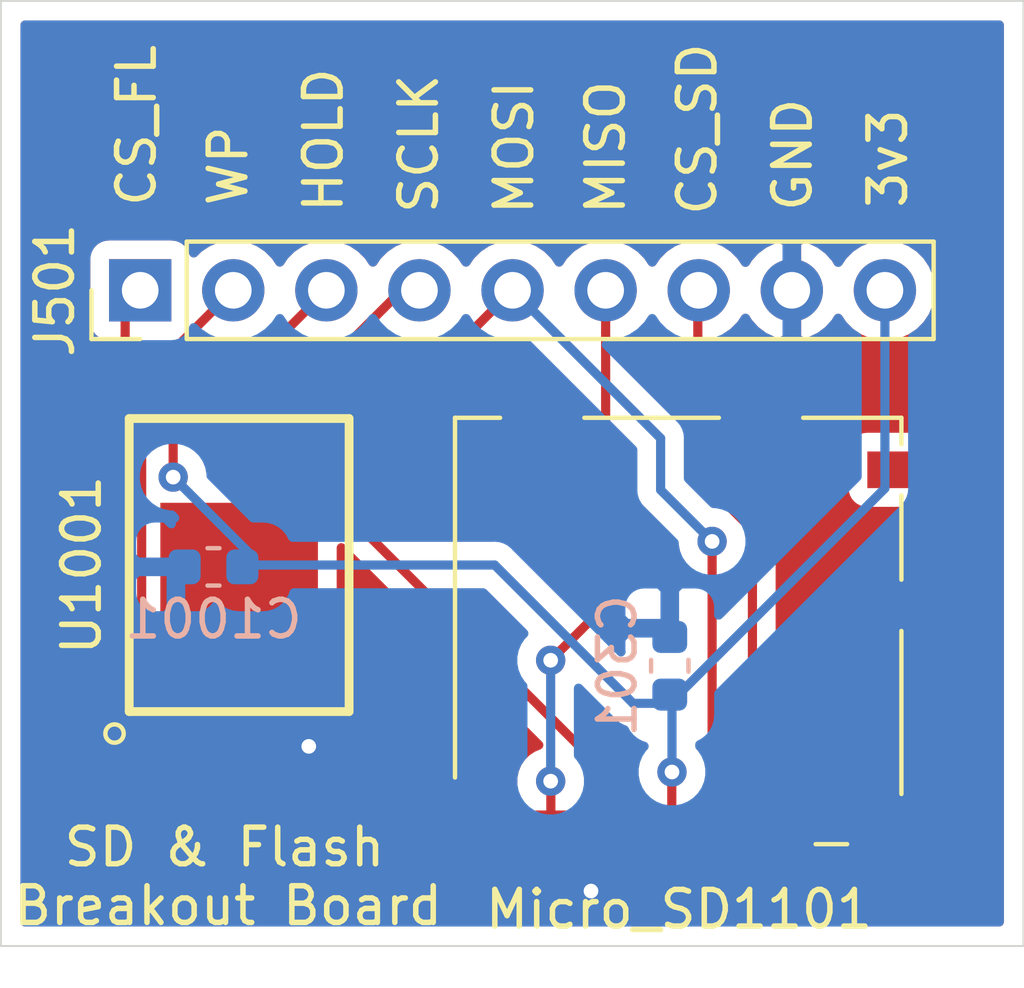
<source format=kicad_pcb>
(kicad_pcb (version 20171130) (host pcbnew "(5.1.6)-1")

  (general
    (thickness 1.6)
    (drawings 17)
    (tracks 65)
    (zones 0)
    (modules 5)
    (nets 13)
  )

  (page A4)
  (layers
    (0 F.Cu signal)
    (31 B.Cu signal)
    (32 B.Adhes user)
    (33 F.Adhes user)
    (34 B.Paste user)
    (35 F.Paste user)
    (36 B.SilkS user)
    (37 F.SilkS user)
    (38 B.Mask user)
    (39 F.Mask user)
    (40 Dwgs.User user)
    (41 Cmts.User user)
    (42 Eco1.User user)
    (43 Eco2.User user)
    (44 Edge.Cuts user)
    (45 Margin user)
    (46 B.CrtYd user)
    (47 F.CrtYd user)
    (48 B.Fab user)
    (49 F.Fab user)
  )

  (setup
    (last_trace_width 0.25)
    (trace_clearance 0.2)
    (zone_clearance 0.508)
    (zone_45_only no)
    (trace_min 0.2)
    (via_size 0.8)
    (via_drill 0.4)
    (via_min_size 0.4)
    (via_min_drill 0.3)
    (uvia_size 0.3)
    (uvia_drill 0.1)
    (uvias_allowed no)
    (uvia_min_size 0.2)
    (uvia_min_drill 0.1)
    (edge_width 0.05)
    (segment_width 0.2)
    (pcb_text_width 0.3)
    (pcb_text_size 1.5 1.5)
    (mod_edge_width 0.12)
    (mod_text_size 1 1)
    (mod_text_width 0.15)
    (pad_size 1.524 1.524)
    (pad_drill 0.762)
    (pad_to_mask_clearance 0.05)
    (aux_axis_origin 0 0)
    (visible_elements 7FFFFFFF)
    (pcbplotparams
      (layerselection 0x010fc_ffffffff)
      (usegerberextensions false)
      (usegerberattributes true)
      (usegerberadvancedattributes true)
      (creategerberjobfile true)
      (excludeedgelayer true)
      (linewidth 0.100000)
      (plotframeref false)
      (viasonmask false)
      (mode 1)
      (useauxorigin false)
      (hpglpennumber 1)
      (hpglpenspeed 20)
      (hpglpendiameter 15.000000)
      (psnegative false)
      (psa4output false)
      (plotreference true)
      (plotvalue true)
      (plotinvisibletext false)
      (padsonsilk false)
      (subtractmaskfromsilk false)
      (outputformat 1)
      (mirror false)
      (drillshape 1)
      (scaleselection 1)
      (outputdirectory ""))
  )

  (net 0 "")
  (net 1 +3V3)
  (net 2 GND)
  (net 3 "/main/Flash Chip/MISO")
  (net 4 "/main/Flash Chip/MOSI")
  (net 5 /main/Headers/CS_SD)
  (net 6 "/main/Flash Chip/CS_FLASH")
  (net 7 "/main/Flash Chip/HOLD")
  (net 8 "/main/Flash Chip/WP")
  (net 9 "/main/Flash Chip/SCLK")
  (net 10 "Net-(Micro_SD1101-Pad9)")
  (net 11 "Net-(Micro_SD1101-Pad8)")
  (net 12 "Net-(Micro_SD1101-Pad1)")

  (net_class Default "This is the default net class."
    (clearance 0.2)
    (trace_width 0.25)
    (via_dia 0.8)
    (via_drill 0.4)
    (uvia_dia 0.3)
    (uvia_drill 0.1)
    (add_net +3V3)
    (add_net "/main/Flash Chip/CS_FLASH")
    (add_net "/main/Flash Chip/HOLD")
    (add_net "/main/Flash Chip/MISO")
    (add_net "/main/Flash Chip/MOSI")
    (add_net "/main/Flash Chip/SCLK")
    (add_net "/main/Flash Chip/WP")
    (add_net /main/Headers/CS_SD)
    (add_net GND)
    (add_net "Net-(Micro_SD1101-Pad1)")
    (add_net "Net-(Micro_SD1101-Pad8)")
    (add_net "Net-(Micro_SD1101-Pad9)")
  )

  (module "NOVA MCU (STM):C_0603_1608Metric" (layer B.Cu) (tedit 5B301BBE) (tstamp 5EFC553E)
    (at 143.8 102.45)
    (descr "Capacitor SMD 0603 (1608 Metric), square (rectangular) end terminal, IPC_7351 nominal, (Body size source: http://www.tortai-tech.com/upload/download/2011102023233369053.pdf), generated with kicad-footprint-generator")
    (tags capacitor)
    (path /5F0430E6/5F04B12E/5F06D2E9)
    (attr smd)
    (fp_text reference C1001 (at 0 1.43) (layer B.SilkS)
      (effects (font (size 1 1) (thickness 0.15)) (justify mirror))
    )
    (fp_text value 100nF (at 0 -1.43) (layer B.Fab)
      (effects (font (size 1 1) (thickness 0.15)) (justify mirror))
    )
    (fp_text user %R (at 0 0) (layer B.Fab)
      (effects (font (size 0.4 0.4) (thickness 0.06)) (justify mirror))
    )
    (fp_line (start 1.48 -0.73) (end -1.48 -0.73) (layer B.CrtYd) (width 0.05))
    (fp_line (start 1.48 0.73) (end 1.48 -0.73) (layer B.CrtYd) (width 0.05))
    (fp_line (start -1.48 0.73) (end 1.48 0.73) (layer B.CrtYd) (width 0.05))
    (fp_line (start -1.48 -0.73) (end -1.48 0.73) (layer B.CrtYd) (width 0.05))
    (fp_line (start -0.162779 -0.51) (end 0.162779 -0.51) (layer B.SilkS) (width 0.12))
    (fp_line (start -0.162779 0.51) (end 0.162779 0.51) (layer B.SilkS) (width 0.12))
    (fp_line (start 0.8 -0.4) (end -0.8 -0.4) (layer B.Fab) (width 0.1))
    (fp_line (start 0.8 0.4) (end 0.8 -0.4) (layer B.Fab) (width 0.1))
    (fp_line (start -0.8 0.4) (end 0.8 0.4) (layer B.Fab) (width 0.1))
    (fp_line (start -0.8 -0.4) (end -0.8 0.4) (layer B.Fab) (width 0.1))
    (pad 2 smd roundrect (at 0.7875 0) (size 0.875 0.95) (layers B.Cu B.Paste B.Mask) (roundrect_rratio 0.25)
      (net 1 +3V3))
    (pad 1 smd roundrect (at -0.7875 0) (size 0.875 0.95) (layers B.Cu B.Paste B.Mask) (roundrect_rratio 0.25)
      (net 2 GND))
    (model ${KISYS3DMOD}/Capacitor_SMD.3dshapes/C_0603_1608Metric.wrl
      (at (xyz 0 0 0))
      (scale (xyz 1 1 1))
      (rotate (xyz 0 0 0))
    )
  )

  (module "NOVA MCU (STM):C_0603_1608Metric" (layer B.Cu) (tedit 5B301BBE) (tstamp 5EFC552D)
    (at 156.25 105.15 270)
    (descr "Capacitor SMD 0603 (1608 Metric), square (rectangular) end terminal, IPC_7351 nominal, (Body size source: http://www.tortai-tech.com/upload/download/2011102023233369053.pdf), generated with kicad-footprint-generator")
    (tags capacitor)
    (path /5F0430E6/5F04B2FC/5F06F17E)
    (attr smd)
    (fp_text reference C301 (at 0 1.43 90) (layer B.SilkS)
      (effects (font (size 1 1) (thickness 0.15)) (justify mirror))
    )
    (fp_text value 100nF (at 0 -1.43 90) (layer B.Fab)
      (effects (font (size 1 1) (thickness 0.15)) (justify mirror))
    )
    (fp_text user %R (at 0 0 90) (layer B.Fab)
      (effects (font (size 0.4 0.4) (thickness 0.06)) (justify mirror))
    )
    (fp_line (start 1.48 -0.73) (end -1.48 -0.73) (layer B.CrtYd) (width 0.05))
    (fp_line (start 1.48 0.73) (end 1.48 -0.73) (layer B.CrtYd) (width 0.05))
    (fp_line (start -1.48 0.73) (end 1.48 0.73) (layer B.CrtYd) (width 0.05))
    (fp_line (start -1.48 -0.73) (end -1.48 0.73) (layer B.CrtYd) (width 0.05))
    (fp_line (start -0.162779 -0.51) (end 0.162779 -0.51) (layer B.SilkS) (width 0.12))
    (fp_line (start -0.162779 0.51) (end 0.162779 0.51) (layer B.SilkS) (width 0.12))
    (fp_line (start 0.8 -0.4) (end -0.8 -0.4) (layer B.Fab) (width 0.1))
    (fp_line (start 0.8 0.4) (end 0.8 -0.4) (layer B.Fab) (width 0.1))
    (fp_line (start -0.8 0.4) (end 0.8 0.4) (layer B.Fab) (width 0.1))
    (fp_line (start -0.8 -0.4) (end -0.8 0.4) (layer B.Fab) (width 0.1))
    (pad 2 smd roundrect (at 0.7875 0 270) (size 0.875 0.95) (layers B.Cu B.Paste B.Mask) (roundrect_rratio 0.25)
      (net 1 +3V3))
    (pad 1 smd roundrect (at -0.7875 0 270) (size 0.875 0.95) (layers B.Cu B.Paste B.Mask) (roundrect_rratio 0.25)
      (net 2 GND))
    (model ${KISYS3DMOD}/Capacitor_SMD.3dshapes/C_0603_1608Metric.wrl
      (at (xyz 0 0 0))
      (scale (xyz 1 1 1))
      (rotate (xyz 0 0 0))
    )
  )

  (module FCSD:W25N512GVPIT (layer F.Cu) (tedit 5F51D110) (tstamp 5F03E44D)
    (at 144.5 102.4 90)
    (path /5F0430E6/5F04B12E/5F01567A)
    (fp_text reference U1001 (at 0 -4.3 90) (layer F.SilkS)
      (effects (font (size 1 1) (thickness 0.15)))
    )
    (fp_text value W25N512GVPIT (at 0.1 4.5 90) (layer F.Fab)
      (effects (font (size 1 1) (thickness 0.15)))
    )
    (fp_circle (center -4.6 -3.4) (end -4.35 -3.4) (layer F.SilkS) (width 0.12))
    (fp_line (start -4 3) (end -4 -3) (layer F.SilkS) (width 0.24))
    (fp_line (start 4 3) (end -4 3) (layer F.SilkS) (width 0.24))
    (fp_line (start 4 -3) (end 4 3) (layer F.SilkS) (width 0.24))
    (fp_line (start 4 -3) (end -4 -3) (layer F.SilkS) (width 0.24))
    (fp_circle (center -3.6 -2.6) (end -3.376393 -2.6) (layer F.Fab) (width 0.12))
    (fp_line (start -4 3) (end -4 -3) (layer F.Fab) (width 0.12))
    (fp_line (start 4 -3) (end 4 3) (layer F.Fab) (width 0.12))
    (fp_line (start -4 3) (end 4 3) (layer F.Fab) (width 0.12))
    (fp_line (start -4 -3) (end 4 -3) (layer F.Fab) (width 0.12))
    (pad 9 smd rect (at 0 0 90) (size 3.4 4.3) (layers F.Cu F.Paste F.Mask))
    (pad 3 smd rect (at -3.7 0.635 90) (size 0.6 0.5) (layers F.Cu F.Paste F.Mask)
      (net 8 "/main/Flash Chip/WP"))
    (pad 4 smd rect (at -3.7 1.905 90) (size 0.6 0.5) (layers F.Cu F.Paste F.Mask)
      (net 2 GND))
    (pad 1 smd rect (at -3.7 -1.905 90) (size 0.6 0.5) (layers F.Cu F.Paste F.Mask)
      (net 6 "/main/Flash Chip/CS_FLASH"))
    (pad 2 smd rect (at -3.7 -0.635 90) (size 0.6 0.5) (layers F.Cu F.Paste F.Mask)
      (net 3 "/main/Flash Chip/MISO"))
    (pad 5 smd rect (at 3.7 1.905 90) (size 0.6 0.5) (layers F.Cu F.Paste F.Mask)
      (net 4 "/main/Flash Chip/MOSI"))
    (pad 6 smd rect (at 3.7 0.635 90) (size 0.6 0.5) (layers F.Cu F.Paste F.Mask)
      (net 9 "/main/Flash Chip/SCLK"))
    (pad 8 smd rect (at 3.7 -1.905 90) (size 0.6 0.5) (layers F.Cu F.Paste F.Mask)
      (net 1 +3V3))
    (pad 7 smd rect (at 3.7 -0.635 90) (size 0.6 0.5) (layers F.Cu F.Paste F.Mask)
      (net 7 "/main/Flash Chip/HOLD"))
  )

  (module Connector_Card:microSD_HC_Molex_104031-0811 (layer F.Cu) (tedit 5D235007) (tstamp 5EFC558B)
    (at 156.5 104.2 180)
    (descr "1.10mm Pitch microSD Memory Card Connector, Surface Mount, Push-Pull Type, 1.42mm Height, with Detect Switch (https://www.molex.com/pdm_docs/sd/1040310811_sd.pdf)")
    (tags "microSD SD molex")
    (path /5F0430E6/5F04B2FC/5F05B5EB)
    (attr smd)
    (fp_text reference Micro_SD1101 (at 0 -7.6) (layer F.SilkS)
      (effects (font (size 1 1) (thickness 0.15)))
    )
    (fp_text value Micro_SD_Card (at 0 7.39) (layer F.Fab)
      (effects (font (size 1 1) (thickness 0.15)))
    )
    (fp_line (start 6.84 -6.5) (end 6.84 6.55) (layer F.CrtYd) (width 0.05))
    (fp_line (start -6.84 -6.5) (end 6.84 -6.5) (layer F.CrtYd) (width 0.05))
    (fp_line (start -6.84 6.55) (end -6.84 -6.5) (layer F.CrtYd) (width 0.05))
    (fp_line (start 6.84 6.55) (end -6.84 6.55) (layer F.CrtYd) (width 0.05))
    (fp_line (start -5.405 -9.2) (end -5.405 -5.7) (layer F.Fab) (width 0.1))
    (fp_line (start 5.595 -5.7) (end 5.595 -9.2) (layer F.Fab) (width 0.1))
    (fp_line (start 5.995 5.7) (end 5.995 -5.7) (layer F.Fab) (width 0.1))
    (fp_line (start 5.995 -5.7) (end 5.21 -5.7) (layer F.Fab) (width 0.1))
    (fp_line (start -5.955 -5.7) (end -5.955 5.7) (layer F.Fab) (width 0.1))
    (fp_line (start 5.995 5.7) (end -5.955 5.7) (layer F.Fab) (width 0.1))
    (fp_line (start 4.4 -4.3) (end -3.26 -4.3) (layer F.Fab) (width 0.1))
    (fp_line (start -3.76 -4.8) (end -3.76 -5.2) (layer F.Fab) (width 0.1))
    (fp_line (start -5.955 -5.7) (end -4.26 -5.7) (layer F.Fab) (width 0.1))
    (fp_line (start 4.9 -5.4) (end 4.9 -4.8) (layer F.Fab) (width 0.1))
    (fp_line (start -4.905 -9.7) (end 5.095 -9.7) (layer F.Fab) (width 0.1))
    (fp_line (start -6.07 -4.45) (end -6.07 0) (layer F.SilkS) (width 0.12))
    (fp_line (start -6.07 1.4) (end -6.07 3.7) (layer F.SilkS) (width 0.12))
    (fp_line (start -6.07 5.1) (end -6.07 5.82) (layer F.SilkS) (width 0.12))
    (fp_line (start -6.07 5.82) (end -3.39 5.82) (layer F.SilkS) (width 0.12))
    (fp_line (start -1.09 5.82) (end 2.58 5.82) (layer F.SilkS) (width 0.12))
    (fp_line (start 4.88 5.82) (end 6.11 5.82) (layer F.SilkS) (width 0.12))
    (fp_line (start 6.11 5.82) (end 6.11 -4) (layer F.SilkS) (width 0.12))
    (fp_line (start -4.59 -5.82) (end -3.73 -5.82) (layer F.SilkS) (width 0.12))
    (fp_arc (start -4.905 -9.2) (end -4.905 -9.7) (angle -90) (layer F.Fab) (width 0.1))
    (fp_arc (start 5.095 -9.2) (end 5.595 -9.2) (angle -90) (layer F.Fab) (width 0.1))
    (fp_arc (start 5.2 -5.4) (end 5.2 -5.7) (angle -90) (layer F.Fab) (width 0.1))
    (fp_arc (start 4.4 -4.8) (end 4.4 -4.3) (angle -90) (layer F.Fab) (width 0.1))
    (fp_arc (start -3.26 -4.8) (end -3.26 -4.3) (angle 90) (layer F.Fab) (width 0.1))
    (fp_arc (start -4.26 -5.2) (end -3.76 -5.2) (angle -90) (layer F.Fab) (width 0.1))
    (fp_text user %R (at 0 0) (layer F.Fab)
      (effects (font (size 1 1) (thickness 0.15)))
    )
    (pad 11 smd rect (at 3.73 5.375 180) (size 1.9 1.35) (layers F.Cu F.Paste F.Mask))
    (pad 11 smd rect (at -2.24 5.375 180) (size 1.9 1.35) (layers F.Cu F.Paste F.Mask))
    (pad 9 smd rect (at -5.74 0.7 180) (size 1.2 1) (layers F.Cu F.Paste F.Mask)
      (net 10 "Net-(Micro_SD1101-Pad9)"))
    (pad 10 smd rect (at -5.74 4.4 180) (size 1.2 1) (layers F.Cu F.Paste F.Mask))
    (pad 11 smd rect (at -5.565 -5.325 180) (size 1.55 1.35) (layers F.Cu F.Paste F.Mask))
    (pad 11 smd rect (at 5.755 -5.1 180) (size 1.17 1.8) (layers F.Cu F.Paste F.Mask))
    (pad 7 smd rect (at 3.495 -5.45 180) (size 0.85 1.1) (layers F.Cu F.Paste F.Mask)
      (net 3 "/main/Flash Chip/MISO"))
    (pad 6 smd rect (at 2.395 -5.45 180) (size 0.85 1.1) (layers F.Cu F.Paste F.Mask)
      (net 2 GND))
    (pad 5 smd rect (at 1.295 -5.45 180) (size 0.85 1.1) (layers F.Cu F.Paste F.Mask)
      (net 9 "/main/Flash Chip/SCLK"))
    (pad 4 smd rect (at 0.195 -5.45 180) (size 0.85 1.1) (layers F.Cu F.Paste F.Mask)
      (net 1 +3V3))
    (pad 3 smd rect (at -0.905 -5.45 180) (size 0.85 1.1) (layers F.Cu F.Paste F.Mask)
      (net 4 "/main/Flash Chip/MOSI"))
    (pad 2 smd rect (at -2.005 -5.45 180) (size 0.85 1.1) (layers F.Cu F.Paste F.Mask)
      (net 5 /main/Headers/CS_SD))
    (pad 8 smd rect (at 4.545 -5.45 180) (size 0.75 1.1) (layers F.Cu F.Paste F.Mask)
      (net 11 "Net-(Micro_SD1101-Pad8)"))
    (pad 1 smd rect (at -3.105 -5.45 180) (size 0.85 1.1) (layers F.Cu F.Paste F.Mask)
      (net 12 "Net-(Micro_SD1101-Pad1)"))
    (model ${KISYS3DMOD}/Connector_Card.3dshapes/microSD_HC_Molex_104031-0811.wrl
      (at (xyz 0 0 0))
      (scale (xyz 1 1 1))
      (rotate (xyz 0 0 0))
    )
  )

  (module Connector_PinHeader_2.54mm:PinHeader_1x09_P2.54mm_Vertical (layer F.Cu) (tedit 59FED5CC) (tstamp 5EFC555B)
    (at 141.8 94.9 90)
    (descr "Through hole straight pin header, 1x09, 2.54mm pitch, single row")
    (tags "Through hole pin header THT 1x09 2.54mm single row")
    (path /5F0430E6/5F05C956/5F05CB24)
    (fp_text reference J501 (at 0 -2.33 90) (layer F.SilkS)
      (effects (font (size 1 1) (thickness 0.15)))
    )
    (fp_text value Conn_01x07_Male (at 0 22.65 90) (layer F.Fab)
      (effects (font (size 1 1) (thickness 0.15)))
    )
    (fp_line (start 1.8 -1.8) (end -1.8 -1.8) (layer F.CrtYd) (width 0.05))
    (fp_line (start 1.8 22.1) (end 1.8 -1.8) (layer F.CrtYd) (width 0.05))
    (fp_line (start -1.8 22.1) (end 1.8 22.1) (layer F.CrtYd) (width 0.05))
    (fp_line (start -1.8 -1.8) (end -1.8 22.1) (layer F.CrtYd) (width 0.05))
    (fp_line (start -1.33 -1.33) (end 0 -1.33) (layer F.SilkS) (width 0.12))
    (fp_line (start -1.33 0) (end -1.33 -1.33) (layer F.SilkS) (width 0.12))
    (fp_line (start -1.33 1.27) (end 1.33 1.27) (layer F.SilkS) (width 0.12))
    (fp_line (start 1.33 1.27) (end 1.33 21.65) (layer F.SilkS) (width 0.12))
    (fp_line (start -1.33 1.27) (end -1.33 21.65) (layer F.SilkS) (width 0.12))
    (fp_line (start -1.33 21.65) (end 1.33 21.65) (layer F.SilkS) (width 0.12))
    (fp_line (start -1.27 -0.635) (end -0.635 -1.27) (layer F.Fab) (width 0.1))
    (fp_line (start -1.27 21.59) (end -1.27 -0.635) (layer F.Fab) (width 0.1))
    (fp_line (start 1.27 21.59) (end -1.27 21.59) (layer F.Fab) (width 0.1))
    (fp_line (start 1.27 -1.27) (end 1.27 21.59) (layer F.Fab) (width 0.1))
    (fp_line (start -0.635 -1.27) (end 1.27 -1.27) (layer F.Fab) (width 0.1))
    (fp_text user %R (at 0 10.16) (layer F.Fab)
      (effects (font (size 1 1) (thickness 0.15)))
    )
    (pad 9 thru_hole oval (at 0 20.32 90) (size 1.7 1.7) (drill 1) (layers *.Cu *.Mask)
      (net 1 +3V3))
    (pad 8 thru_hole oval (at 0 17.78 90) (size 1.7 1.7) (drill 1) (layers *.Cu *.Mask)
      (net 2 GND))
    (pad 7 thru_hole oval (at 0 15.24 90) (size 1.7 1.7) (drill 1) (layers *.Cu *.Mask)
      (net 5 /main/Headers/CS_SD))
    (pad 6 thru_hole oval (at 0 12.7 90) (size 1.7 1.7) (drill 1) (layers *.Cu *.Mask)
      (net 3 "/main/Flash Chip/MISO"))
    (pad 5 thru_hole oval (at 0 10.16 90) (size 1.7 1.7) (drill 1) (layers *.Cu *.Mask)
      (net 4 "/main/Flash Chip/MOSI"))
    (pad 4 thru_hole oval (at 0 7.62 90) (size 1.7 1.7) (drill 1) (layers *.Cu *.Mask)
      (net 9 "/main/Flash Chip/SCLK"))
    (pad 3 thru_hole oval (at 0 5.08 90) (size 1.7 1.7) (drill 1) (layers *.Cu *.Mask)
      (net 7 "/main/Flash Chip/HOLD"))
    (pad 2 thru_hole oval (at 0 2.54 90) (size 1.7 1.7) (drill 1) (layers *.Cu *.Mask)
      (net 8 "/main/Flash Chip/WP"))
    (pad 1 thru_hole rect (at 0 0 90) (size 1.7 1.7) (drill 1) (layers *.Cu *.Mask)
      (net 6 "/main/Flash Chip/CS_FLASH"))
    (model ${KISYS3DMOD}/Connector_PinHeader_2.54mm.3dshapes/PinHeader_1x09_P2.54mm_Vertical.wrl
      (at (xyz 0 0 0))
      (scale (xyz 1 1 1))
      (rotate (xyz 0 0 0))
    )
  )

  (gr_line (start 165.9 87) (end 138 87) (layer Edge.Cuts) (width 0.05) (tstamp 5F028414))
  (gr_line (start 165.9 92.1) (end 165.9 87) (layer Edge.Cuts) (width 0.05))
  (gr_line (start 138 92.1) (end 138 87) (layer Edge.Cuts) (width 0.05))
  (gr_text CS_FL (at 141.7 90.4 90) (layer F.SilkS)
    (effects (font (size 1 1) (thickness 0.15)))
  )
  (gr_text WP (at 144.2 91.5 90) (layer F.SilkS)
    (effects (font (size 1 1) (thickness 0.15)))
  )
  (gr_text HOLD (at 146.8 90.8 90) (layer F.SilkS)
    (effects (font (size 1 1) (thickness 0.15)))
  )
  (gr_text SCLK (at 149.4 90.9 90) (layer F.SilkS)
    (effects (font (size 1 1) (thickness 0.15)))
  )
  (gr_text MOSI (at 152 91 90) (layer F.SilkS)
    (effects (font (size 1 1) (thickness 0.15)))
  )
  (gr_text MISO (at 154.5 91 90) (layer F.SilkS)
    (effects (font (size 1 1) (thickness 0.15)))
  )
  (gr_text CS_SD (at 157 90.5 90) (layer F.SilkS)
    (effects (font (size 1 1) (thickness 0.15)))
  )
  (gr_text GND (at 159.6 91.2 90) (layer F.SilkS)
    (effects (font (size 1 1) (thickness 0.15)))
  )
  (gr_text 3v3 (at 162.2 91.3 90) (layer F.SilkS)
    (effects (font (size 1 1) (thickness 0.15)))
  )
  (gr_text "Breakout Board" (at 144.2 111.7) (layer F.SilkS)
    (effects (font (size 1 1) (thickness 0.15)))
  )
  (gr_line (start 165.9 112.8) (end 138 112.8) (layer Edge.Cuts) (width 0.05) (tstamp 5EFD24F2))
  (gr_text "SD & Flash" (at 144.1 110.1) (layer F.SilkS)
    (effects (font (size 1 1) (thickness 0.15)))
  )
  (gr_line (start 138 92.1) (end 138 112.8) (layer Edge.Cuts) (width 0.05) (tstamp 5EFD24C7))
  (gr_line (start 165.9 92.1) (end 165.9 112.8) (layer Edge.Cuts) (width 0.05))

  (segment (start 156.2 109.545) (end 156.305 109.65) (width 0.25) (layer F.Cu) (net 1))
  (segment (start 156.3 106.223) (end 156.238 106.161) (width 0.25) (layer B.Cu) (net 1))
  (segment (start 162 94.9) (end 162.12 94.9) (width 0.25) (layer F.Cu) (net 1))
  (segment (start 142.7 98.805) (end 142.595 98.7) (width 0.25) (layer F.Cu) (net 1))
  (via (at 142.699999 100) (size 0.8) (drill 0.4) (layers F.Cu B.Cu) (net 1))
  (segment (start 144.825 102.45) (end 144.825 102.125001) (width 0.25) (layer B.Cu) (net 1))
  (segment (start 144.825 102.125001) (end 142.699999 100) (width 0.25) (layer B.Cu) (net 1))
  (segment (start 142.699999 98.804999) (end 142.595 98.7) (width 0.25) (layer F.Cu) (net 1))
  (segment (start 142.699999 100) (end 142.699999 98.804999) (width 0.25) (layer F.Cu) (net 1))
  (segment (start 162.12 100.305) (end 156.25 106.175) (width 0.25) (layer B.Cu) (net 1))
  (segment (start 162.12 94.9) (end 162.12 100.305) (width 0.25) (layer B.Cu) (net 1))
  (segment (start 155.248002 106.175) (end 156.25 106.175) (width 0.25) (layer B.Cu) (net 1))
  (segment (start 151.473002 102.4) (end 155.248002 106.175) (width 0.25) (layer B.Cu) (net 1))
  (segment (start 144.8 102.4) (end 151.473002 102.4) (width 0.25) (layer B.Cu) (net 1))
  (via (at 156.31 108.05) (size 0.8) (drill 0.4) (layers F.Cu B.Cu) (net 1))
  (segment (start 156.305 109.65) (end 156.305 108.055) (width 0.25) (layer F.Cu) (net 1))
  (segment (start 156.305 108.055) (end 156.31 108.05) (width 0.25) (layer F.Cu) (net 1))
  (segment (start 156.31 106.235) (end 156.25 106.175) (width 0.25) (layer B.Cu) (net 1))
  (segment (start 156.31 108.05) (end 156.31 106.235) (width 0.25) (layer B.Cu) (net 1))
  (segment (start 156.236 104.111) (end 156.25 104.125) (width 0.25) (layer B.Cu) (net 2))
  (via (at 154.1 111.3) (size 0.8) (drill 0.4) (layers F.Cu B.Cu) (net 2))
  (via (at 146.4 107.35) (size 0.8) (drill 0.4) (layers F.Cu B.Cu) (net 2))
  (via (at 153 105) (size 0.8) (drill 0.4) (layers F.Cu B.Cu) (net 3))
  (segment (start 152.979847 105.020153) (end 153 105) (width 0.25) (layer B.Cu) (net 3))
  (segment (start 154.5 103.5) (end 154.5 94.9) (width 0.25) (layer F.Cu) (net 3))
  (segment (start 153 105) (end 154.5 103.5) (width 0.25) (layer F.Cu) (net 3))
  (segment (start 152.590001 110.525001) (end 147.075001 110.525001) (width 0.25) (layer F.Cu) (net 3))
  (segment (start 153.005 109.65) (end 153.005 110.110002) (width 0.25) (layer F.Cu) (net 3))
  (segment (start 153.005 110.110002) (end 152.590001 110.525001) (width 0.25) (layer F.Cu) (net 3))
  (segment (start 143.865 107.315) (end 143.865 106.1) (width 0.25) (layer F.Cu) (net 3))
  (segment (start 147.075001 110.525001) (end 143.865 107.315) (width 0.25) (layer F.Cu) (net 3))
  (via (at 153 108.3) (size 0.8) (drill 0.4) (layers F.Cu B.Cu) (net 3))
  (segment (start 153.005 109.65) (end 153.005 108.305) (width 0.25) (layer F.Cu) (net 3))
  (segment (start 153.005 108.305) (end 153 108.3) (width 0.25) (layer F.Cu) (net 3))
  (segment (start 153 108.3) (end 153 105) (width 0.25) (layer B.Cu) (net 3))
  (segment (start 148.16 98.7) (end 151.96 94.9) (width 0.25) (layer F.Cu) (net 4))
  (segment (start 146.405 98.7) (end 148.16 98.7) (width 0.25) (layer F.Cu) (net 4))
  (segment (start 148.16 98.7) (end 148.173002 98.7) (width 0.25) (layer F.Cu) (net 4))
  (segment (start 157.405 109.65) (end 157.405 101.755) (width 0.25) (layer F.Cu) (net 4))
  (via (at 157.405 101.755) (size 0.8) (drill 0.4) (layers F.Cu B.Cu) (net 4))
  (segment (start 157.405 101.755) (end 156 100.35) (width 0.25) (layer B.Cu) (net 4))
  (segment (start 156 98.94) (end 151.96 94.9) (width 0.25) (layer B.Cu) (net 4))
  (segment (start 156 100.35) (end 156 98.94) (width 0.25) (layer B.Cu) (net 4))
  (segment (start 157.014989 94.925011) (end 157.04 94.9) (width 0.25) (layer F.Cu) (net 5))
  (segment (start 158.505 101.436412) (end 157.014989 99.946401) (width 0.25) (layer F.Cu) (net 5))
  (segment (start 157.014989 99.946401) (end 157.014989 94.925011) (width 0.25) (layer F.Cu) (net 5))
  (segment (start 158.505 109.65) (end 158.505 101.436412) (width 0.25) (layer F.Cu) (net 5))
  (segment (start 142.595 106.1) (end 142.595 105.32501) (width 0.25) (layer F.Cu) (net 6))
  (segment (start 141.38999 95.31001) (end 141.8 94.9) (width 0.25) (layer F.Cu) (net 6))
  (segment (start 142.068597 105.040009) (end 141.38999 104.361402) (width 0.25) (layer F.Cu) (net 6))
  (segment (start 142.31 105.04001) (end 142.068597 105.040009) (width 0.25) (layer F.Cu) (net 6))
  (segment (start 141.38999 104.361402) (end 141.38999 95.31001) (width 0.25) (layer F.Cu) (net 6))
  (segment (start 142.595 105.32501) (end 142.31 105.04001) (width 0.25) (layer F.Cu) (net 6))
  (segment (start 143.865 98.7) (end 143.865 97.915) (width 0.25) (layer F.Cu) (net 7))
  (segment (start 143.865 97.915) (end 146.88 94.9) (width 0.25) (layer F.Cu) (net 7))
  (segment (start 145.135 106.1) (end 143.625 104.59) (width 0.25) (layer F.Cu) (net 8))
  (segment (start 142.254998 104.59) (end 141.84 104.175002) (width 0.25) (layer F.Cu) (net 8))
  (segment (start 143.625 104.59) (end 142.254998 104.59) (width 0.25) (layer F.Cu) (net 8))
  (segment (start 141.84 97.4) (end 144.34 94.9) (width 0.25) (layer F.Cu) (net 8))
  (segment (start 141.84 104.175002) (end 141.84 97.4) (width 0.25) (layer F.Cu) (net 8))
  (segment (start 148.735 94.9) (end 149.42 94.9) (width 0.25) (layer F.Cu) (net 9))
  (segment (start 148.935 94.9) (end 149.42 94.9) (width 0.25) (layer F.Cu) (net 9))
  (segment (start 145.135 98.7) (end 148.935 94.9) (width 0.25) (layer F.Cu) (net 9))
  (segment (start 155.205 108.77) (end 155.205 109.65) (width 0.25) (layer F.Cu) (net 9))
  (segment (start 145.135 98.7) (end 155.205 108.77) (width 0.25) (layer F.Cu) (net 9))

  (zone (net 2) (net_name GND) (layer F.Cu) (tstamp 5F1F44A6) (hatch edge 0.508)
    (connect_pads (clearance 0.508))
    (min_thickness 0.254)
    (fill yes (arc_segments 32) (thermal_gap 0.508) (thermal_bridge_width 0.508))
    (polygon
      (pts
        (xy 165.9 112.8) (xy 138 112.8) (xy 138 87) (xy 165.9 87)
      )
    )
    (filled_polygon
      (pts
        (xy 165.24 92.067581) (xy 165.24 92.067582) (xy 165.240001 112.14) (xy 138.66 112.14) (xy 138.66 94.05)
        (xy 140.311928 94.05) (xy 140.311928 95.75) (xy 140.324188 95.874482) (xy 140.360498 95.99418) (xy 140.419463 96.104494)
        (xy 140.498815 96.201185) (xy 140.595506 96.280537) (xy 140.629991 96.29897) (xy 140.62999 104.32408) (xy 140.626314 104.361402)
        (xy 140.62999 104.398724) (xy 140.62999 104.398734) (xy 140.640987 104.510387) (xy 140.679719 104.638072) (xy 140.684444 104.653648)
        (xy 140.755016 104.785678) (xy 140.774957 104.809976) (xy 140.849989 104.901403) (xy 140.878992 104.925205) (xy 141.504801 105.551015)
        (xy 141.528594 105.580007) (xy 141.557588 105.603802) (xy 141.557594 105.603808) (xy 141.64432 105.674982) (xy 141.715494 105.713026)
        (xy 141.706928 105.8) (xy 141.706928 106.4) (xy 141.719188 106.524482) (xy 141.755498 106.64418) (xy 141.814463 106.754494)
        (xy 141.893815 106.851185) (xy 141.990506 106.930537) (xy 142.10082 106.989502) (xy 142.220518 107.025812) (xy 142.345 107.038072)
        (xy 142.845 107.038072) (xy 142.969482 107.025812) (xy 143.08918 106.989502) (xy 143.105 106.981046) (xy 143.105 107.277677)
        (xy 143.101324 107.315) (xy 143.105 107.352322) (xy 143.105 107.352332) (xy 143.115997 107.463985) (xy 143.142392 107.550998)
        (xy 143.159454 107.607246) (xy 143.230026 107.739276) (xy 143.251137 107.764999) (xy 143.324999 107.855001) (xy 143.354003 107.878804)
        (xy 146.511202 111.036004) (xy 146.535 111.065002) (xy 146.563998 111.0888) (xy 146.650724 111.159975) (xy 146.782754 111.230547)
        (xy 146.926015 111.274004) (xy 147.037668 111.285001) (xy 147.037678 111.285001) (xy 147.075001 111.288677) (xy 147.112324 111.285001)
        (xy 152.552679 111.285001) (xy 152.590001 111.288677) (xy 152.627323 111.285001) (xy 152.627334 111.285001) (xy 152.738987 111.274004)
        (xy 152.882248 111.230547) (xy 153.014277 111.159975) (xy 153.130002 111.065002) (xy 153.153805 111.035998) (xy 153.351731 110.838072)
        (xy 153.43 110.838072) (xy 153.554482 110.825812) (xy 153.555 110.825655) (xy 153.555518 110.825812) (xy 153.68 110.838072)
        (xy 153.81925 110.835) (xy 153.978 110.67625) (xy 153.978 110.521824) (xy 154.019502 110.44418) (xy 154.055812 110.324482)
        (xy 154.068072 110.2) (xy 154.068072 109.503) (xy 154.141928 109.503) (xy 154.141928 110.2) (xy 154.154188 110.324482)
        (xy 154.190498 110.44418) (xy 154.232 110.521824) (xy 154.232 110.67625) (xy 154.39075 110.835) (xy 154.53 110.838072)
        (xy 154.654482 110.825812) (xy 154.655 110.825655) (xy 154.655518 110.825812) (xy 154.78 110.838072) (xy 155.63 110.838072)
        (xy 155.754482 110.825812) (xy 155.755 110.825655) (xy 155.755518 110.825812) (xy 155.88 110.838072) (xy 156.73 110.838072)
        (xy 156.854482 110.825812) (xy 156.855 110.825655) (xy 156.855518 110.825812) (xy 156.98 110.838072) (xy 157.83 110.838072)
        (xy 157.954482 110.825812) (xy 157.955 110.825655) (xy 157.955518 110.825812) (xy 158.08 110.838072) (xy 158.93 110.838072)
        (xy 159.054482 110.825812) (xy 159.055 110.825655) (xy 159.055518 110.825812) (xy 159.18 110.838072) (xy 160.03 110.838072)
        (xy 160.154482 110.825812) (xy 160.27418 110.789502) (xy 160.384494 110.730537) (xy 160.481185 110.651185) (xy 160.560537 110.554494)
        (xy 160.619502 110.44418) (xy 160.655812 110.324482) (xy 160.66 110.281959) (xy 160.664188 110.324482) (xy 160.700498 110.44418)
        (xy 160.759463 110.554494) (xy 160.838815 110.651185) (xy 160.935506 110.730537) (xy 161.04582 110.789502) (xy 161.165518 110.825812)
        (xy 161.29 110.838072) (xy 162.84 110.838072) (xy 162.964482 110.825812) (xy 163.08418 110.789502) (xy 163.194494 110.730537)
        (xy 163.291185 110.651185) (xy 163.370537 110.554494) (xy 163.429502 110.44418) (xy 163.465812 110.324482) (xy 163.478072 110.2)
        (xy 163.478072 108.85) (xy 163.465812 108.725518) (xy 163.429502 108.60582) (xy 163.370537 108.495506) (xy 163.291185 108.398815)
        (xy 163.194494 108.319463) (xy 163.08418 108.260498) (xy 162.964482 108.224188) (xy 162.84 108.211928) (xy 161.29 108.211928)
        (xy 161.165518 108.224188) (xy 161.04582 108.260498) (xy 160.935506 108.319463) (xy 160.838815 108.398815) (xy 160.759463 108.495506)
        (xy 160.700498 108.60582) (xy 160.664188 108.725518) (xy 160.651928 108.85) (xy 160.651928 108.962714) (xy 160.619502 108.85582)
        (xy 160.560537 108.745506) (xy 160.481185 108.648815) (xy 160.384494 108.569463) (xy 160.27418 108.510498) (xy 160.154482 108.474188)
        (xy 160.03 108.461928) (xy 159.265 108.461928) (xy 159.265 103) (xy 161.001928 103) (xy 161.001928 104)
        (xy 161.014188 104.124482) (xy 161.050498 104.24418) (xy 161.109463 104.354494) (xy 161.188815 104.451185) (xy 161.285506 104.530537)
        (xy 161.39582 104.589502) (xy 161.515518 104.625812) (xy 161.64 104.638072) (xy 162.84 104.638072) (xy 162.964482 104.625812)
        (xy 163.08418 104.589502) (xy 163.194494 104.530537) (xy 163.291185 104.451185) (xy 163.370537 104.354494) (xy 163.429502 104.24418)
        (xy 163.465812 104.124482) (xy 163.478072 104) (xy 163.478072 103) (xy 163.465812 102.875518) (xy 163.429502 102.75582)
        (xy 163.370537 102.645506) (xy 163.291185 102.548815) (xy 163.194494 102.469463) (xy 163.08418 102.410498) (xy 162.964482 102.374188)
        (xy 162.84 102.361928) (xy 161.64 102.361928) (xy 161.515518 102.374188) (xy 161.39582 102.410498) (xy 161.285506 102.469463)
        (xy 161.188815 102.548815) (xy 161.109463 102.645506) (xy 161.050498 102.75582) (xy 161.014188 102.875518) (xy 161.001928 103)
        (xy 159.265 103) (xy 159.265 101.473737) (xy 159.268676 101.436412) (xy 159.265 101.399087) (xy 159.265 101.399079)
        (xy 159.254003 101.287426) (xy 159.210546 101.144165) (xy 159.139974 101.012136) (xy 159.045001 100.896411) (xy 159.016003 100.872613)
        (xy 158.281461 100.138072) (xy 159.69 100.138072) (xy 159.814482 100.125812) (xy 159.93418 100.089502) (xy 160.044494 100.030537)
        (xy 160.141185 99.951185) (xy 160.220537 99.854494) (xy 160.279502 99.74418) (xy 160.315812 99.624482) (xy 160.328072 99.5)
        (xy 160.328072 99.3) (xy 161.001928 99.3) (xy 161.001928 100.3) (xy 161.014188 100.424482) (xy 161.050498 100.54418)
        (xy 161.109463 100.654494) (xy 161.188815 100.751185) (xy 161.285506 100.830537) (xy 161.39582 100.889502) (xy 161.515518 100.925812)
        (xy 161.64 100.938072) (xy 162.84 100.938072) (xy 162.964482 100.925812) (xy 163.08418 100.889502) (xy 163.194494 100.830537)
        (xy 163.291185 100.751185) (xy 163.370537 100.654494) (xy 163.429502 100.54418) (xy 163.465812 100.424482) (xy 163.478072 100.3)
        (xy 163.478072 99.3) (xy 163.465812 99.175518) (xy 163.429502 99.05582) (xy 163.370537 98.945506) (xy 163.291185 98.848815)
        (xy 163.194494 98.769463) (xy 163.08418 98.710498) (xy 162.964482 98.674188) (xy 162.84 98.661928) (xy 161.64 98.661928)
        (xy 161.515518 98.674188) (xy 161.39582 98.710498) (xy 161.285506 98.769463) (xy 161.188815 98.848815) (xy 161.109463 98.945506)
        (xy 161.050498 99.05582) (xy 161.014188 99.175518) (xy 161.001928 99.3) (xy 160.328072 99.3) (xy 160.328072 98.15)
        (xy 160.315812 98.025518) (xy 160.279502 97.90582) (xy 160.220537 97.795506) (xy 160.141185 97.698815) (xy 160.044494 97.619463)
        (xy 159.93418 97.560498) (xy 159.814482 97.524188) (xy 159.69 97.511928) (xy 157.79 97.511928) (xy 157.774989 97.513406)
        (xy 157.774989 96.19489) (xy 157.986632 96.053475) (xy 158.193475 95.846632) (xy 158.315195 95.664466) (xy 158.384822 95.781355)
        (xy 158.579731 95.997588) (xy 158.81308 96.171641) (xy 159.075901 96.296825) (xy 159.22311 96.341476) (xy 159.453 96.220155)
        (xy 159.453 95.027) (xy 159.433 95.027) (xy 159.433 94.773) (xy 159.453 94.773) (xy 159.453 93.579845)
        (xy 159.707 93.579845) (xy 159.707 94.773) (xy 159.727 94.773) (xy 159.727 95.027) (xy 159.707 95.027)
        (xy 159.707 96.220155) (xy 159.93689 96.341476) (xy 160.084099 96.296825) (xy 160.34692 96.171641) (xy 160.580269 95.997588)
        (xy 160.775178 95.781355) (xy 160.844805 95.664466) (xy 160.966525 95.846632) (xy 161.173368 96.053475) (xy 161.416589 96.21599)
        (xy 161.686842 96.327932) (xy 161.97374 96.385) (xy 162.26626 96.385) (xy 162.553158 96.327932) (xy 162.823411 96.21599)
        (xy 163.066632 96.053475) (xy 163.273475 95.846632) (xy 163.43599 95.603411) (xy 163.547932 95.333158) (xy 163.605 95.04626)
        (xy 163.605 94.75374) (xy 163.547932 94.466842) (xy 163.43599 94.196589) (xy 163.273475 93.953368) (xy 163.066632 93.746525)
        (xy 162.823411 93.58401) (xy 162.553158 93.472068) (xy 162.26626 93.415) (xy 161.97374 93.415) (xy 161.686842 93.472068)
        (xy 161.416589 93.58401) (xy 161.173368 93.746525) (xy 160.966525 93.953368) (xy 160.844805 94.135534) (xy 160.775178 94.018645)
        (xy 160.580269 93.802412) (xy 160.34692 93.628359) (xy 160.084099 93.503175) (xy 159.93689 93.458524) (xy 159.707 93.579845)
        (xy 159.453 93.579845) (xy 159.22311 93.458524) (xy 159.075901 93.503175) (xy 158.81308 93.628359) (xy 158.579731 93.802412)
        (xy 158.384822 94.018645) (xy 158.315195 94.135534) (xy 158.193475 93.953368) (xy 157.986632 93.746525) (xy 157.743411 93.58401)
        (xy 157.473158 93.472068) (xy 157.18626 93.415) (xy 156.89374 93.415) (xy 156.606842 93.472068) (xy 156.336589 93.58401)
        (xy 156.093368 93.746525) (xy 155.886525 93.953368) (xy 155.77 94.12776) (xy 155.653475 93.953368) (xy 155.446632 93.746525)
        (xy 155.203411 93.58401) (xy 154.933158 93.472068) (xy 154.64626 93.415) (xy 154.35374 93.415) (xy 154.066842 93.472068)
        (xy 153.796589 93.58401) (xy 153.553368 93.746525) (xy 153.346525 93.953368) (xy 153.23 94.12776) (xy 153.113475 93.953368)
        (xy 152.906632 93.746525) (xy 152.663411 93.58401) (xy 152.393158 93.472068) (xy 152.10626 93.415) (xy 151.81374 93.415)
        (xy 151.526842 93.472068) (xy 151.256589 93.58401) (xy 151.013368 93.746525) (xy 150.806525 93.953368) (xy 150.69 94.12776)
        (xy 150.573475 93.953368) (xy 150.366632 93.746525) (xy 150.123411 93.58401) (xy 149.853158 93.472068) (xy 149.56626 93.415)
        (xy 149.27374 93.415) (xy 148.986842 93.472068) (xy 148.716589 93.58401) (xy 148.473368 93.746525) (xy 148.266525 93.953368)
        (xy 148.15 94.12776) (xy 148.033475 93.953368) (xy 147.826632 93.746525) (xy 147.583411 93.58401) (xy 147.313158 93.472068)
        (xy 147.02626 93.415) (xy 146.73374 93.415) (xy 146.446842 93.472068) (xy 146.176589 93.58401) (xy 145.933368 93.746525)
        (xy 145.726525 93.953368) (xy 145.61 94.12776) (xy 145.493475 93.953368) (xy 145.286632 93.746525) (xy 145.043411 93.58401)
        (xy 144.773158 93.472068) (xy 144.48626 93.415) (xy 144.19374 93.415) (xy 143.906842 93.472068) (xy 143.636589 93.58401)
        (xy 143.393368 93.746525) (xy 143.261513 93.87838) (xy 143.239502 93.80582) (xy 143.180537 93.695506) (xy 143.101185 93.598815)
        (xy 143.004494 93.519463) (xy 142.89418 93.460498) (xy 142.774482 93.424188) (xy 142.65 93.411928) (xy 140.95 93.411928)
        (xy 140.825518 93.424188) (xy 140.70582 93.460498) (xy 140.595506 93.519463) (xy 140.498815 93.598815) (xy 140.419463 93.695506)
        (xy 140.360498 93.80582) (xy 140.324188 93.925518) (xy 140.311928 94.05) (xy 138.66 94.05) (xy 138.66 87.66)
        (xy 165.240001 87.66)
      )
    )
    (filled_polygon
      (pts
        (xy 152.674676 107.314478) (xy 152.509744 107.382795) (xy 152.340226 107.496063) (xy 152.196063 107.640226) (xy 152.082795 107.809744)
        (xy 152.004774 107.998102) (xy 151.965 108.198061) (xy 151.965 108.368808) (xy 151.955812 108.275518) (xy 151.919502 108.15582)
        (xy 151.860537 108.045506) (xy 151.781185 107.948815) (xy 151.684494 107.869463) (xy 151.57418 107.810498) (xy 151.454482 107.774188)
        (xy 151.33 107.761928) (xy 150.16 107.761928) (xy 150.035518 107.774188) (xy 149.91582 107.810498) (xy 149.805506 107.869463)
        (xy 149.708815 107.948815) (xy 149.629463 108.045506) (xy 149.570498 108.15582) (xy 149.534188 108.275518) (xy 149.521928 108.4)
        (xy 149.521928 109.765001) (xy 147.389803 109.765001) (xy 144.625 107.000199) (xy 144.625 106.981046) (xy 144.64082 106.989502)
        (xy 144.760518 107.025812) (xy 144.885 107.038072) (xy 145.385 107.038072) (xy 145.509482 107.025812) (xy 145.62918 106.989502)
        (xy 145.739494 106.930537) (xy 145.76937 106.906019) (xy 145.786988 106.921252) (xy 145.895751 106.983032) (xy 146.014476 107.022406)
        (xy 146.12325 107.035) (xy 146.282 106.87625) (xy 146.282 106.227) (xy 146.528 106.227) (xy 146.528 106.87625)
        (xy 146.68675 107.035) (xy 146.795524 107.022406) (xy 146.914249 106.983032) (xy 147.023012 106.921252) (xy 147.117631 106.839441)
        (xy 147.194473 106.740742) (xy 147.250582 106.628949) (xy 147.283804 106.508357) (xy 147.29 106.38575) (xy 147.13125 106.227)
        (xy 146.528 106.227) (xy 146.282 106.227) (xy 146.258 106.227) (xy 146.258 105.973) (xy 146.282 105.973)
        (xy 146.282 105.32375) (xy 146.528 105.32375) (xy 146.528 105.973) (xy 147.13125 105.973) (xy 147.29 105.81425)
        (xy 147.283804 105.691643) (xy 147.250582 105.571051) (xy 147.194473 105.459258) (xy 147.117631 105.360559) (xy 147.023012 105.278748)
        (xy 146.914249 105.216968) (xy 146.795524 105.177594) (xy 146.68675 105.165) (xy 146.528 105.32375) (xy 146.282 105.32375)
        (xy 146.12325 105.165) (xy 146.014476 105.177594) (xy 145.895751 105.216968) (xy 145.786988 105.278748) (xy 145.76937 105.293981)
        (xy 145.739494 105.269463) (xy 145.62918 105.210498) (xy 145.509482 105.174188) (xy 145.385 105.161928) (xy 145.27173 105.161928)
        (xy 144.847874 104.738072) (xy 146.65 104.738072) (xy 146.774482 104.725812) (xy 146.89418 104.689502) (xy 147.004494 104.630537)
        (xy 147.101185 104.551185) (xy 147.180537 104.454494) (xy 147.239502 104.34418) (xy 147.275812 104.224482) (xy 147.288072 104.1)
        (xy 147.288072 101.927873)
      )
    )
  )
  (zone (net 2) (net_name GND) (layer B.Cu) (tstamp 5F1F44A3) (hatch edge 0.508)
    (connect_pads (clearance 0.508))
    (min_thickness 0.254)
    (fill yes (arc_segments 32) (thermal_gap 0.508) (thermal_bridge_width 0.508))
    (polygon
      (pts
        (xy 165.9 112.8) (xy 138 112.8) (xy 138 87) (xy 165.9 87)
      )
    )
    (filled_polygon
      (pts
        (xy 165.24 92.067581) (xy 165.24 92.067582) (xy 165.240001 112.14) (xy 138.66 112.14) (xy 138.66 103.15)
        (xy 141.561928 103.15) (xy 141.574188 103.274482) (xy 141.610498 103.39418) (xy 141.669463 103.504494) (xy 141.748815 103.601185)
        (xy 141.845506 103.680537) (xy 141.95582 103.739502) (xy 142.075518 103.775812) (xy 142.2 103.788072) (xy 142.48925 103.785)
        (xy 142.648 103.62625) (xy 142.648 102.577) (xy 141.72375 102.577) (xy 141.565 102.73575) (xy 141.561928 103.15)
        (xy 138.66 103.15) (xy 138.66 101.75) (xy 141.561928 101.75) (xy 141.565 102.16425) (xy 141.72375 102.323)
        (xy 142.648 102.323) (xy 142.648 102.303) (xy 142.902 102.303) (xy 142.902 102.323) (xy 142.922 102.323)
        (xy 142.922 102.577) (xy 142.902 102.577) (xy 142.902 103.62625) (xy 143.06075 103.785) (xy 143.35 103.788072)
        (xy 143.474482 103.775812) (xy 143.59418 103.739502) (xy 143.704494 103.680537) (xy 143.801185 103.601185) (xy 143.866658 103.521406)
        (xy 143.872038 103.527962) (xy 144.006613 103.638405) (xy 144.160149 103.720472) (xy 144.326745 103.771008) (xy 144.499999 103.788072)
        (xy 145.150001 103.788072) (xy 145.323255 103.771008) (xy 145.489851 103.720472) (xy 145.643387 103.638405) (xy 145.777962 103.527962)
        (xy 145.888405 103.393387) (xy 145.970472 103.239851) (xy 145.994694 103.16) (xy 151.158201 103.16) (xy 152.267245 104.269044)
        (xy 152.196063 104.340226) (xy 152.082795 104.509744) (xy 152.004774 104.698102) (xy 151.965 104.898061) (xy 151.965 105.101939)
        (xy 152.004774 105.301898) (xy 152.082795 105.490256) (xy 152.196063 105.659774) (xy 152.240001 105.703712) (xy 152.24 107.596289)
        (xy 152.196063 107.640226) (xy 152.082795 107.809744) (xy 152.004774 107.998102) (xy 151.965 108.198061) (xy 151.965 108.401939)
        (xy 152.004774 108.601898) (xy 152.082795 108.790256) (xy 152.196063 108.959774) (xy 152.340226 109.103937) (xy 152.509744 109.217205)
        (xy 152.698102 109.295226) (xy 152.898061 109.335) (xy 153.101939 109.335) (xy 153.301898 109.295226) (xy 153.490256 109.217205)
        (xy 153.659774 109.103937) (xy 153.803937 108.959774) (xy 153.917205 108.790256) (xy 153.995226 108.601898) (xy 154.035 108.401939)
        (xy 154.035 108.198061) (xy 153.995226 107.998102) (xy 153.917205 107.809744) (xy 153.803937 107.640226) (xy 153.76 107.596289)
        (xy 153.76 105.7618) (xy 154.684202 106.686002) (xy 154.708001 106.715001) (xy 154.823726 106.809974) (xy 154.955755 106.880546)
        (xy 155.01009 106.897028) (xy 155.061595 106.993387) (xy 155.172038 107.127962) (xy 155.306613 107.238405) (xy 155.460149 107.320472)
        (xy 155.548896 107.347393) (xy 155.506063 107.390226) (xy 155.392795 107.559744) (xy 155.314774 107.748102) (xy 155.275 107.948061)
        (xy 155.275 108.151939) (xy 155.314774 108.351898) (xy 155.392795 108.540256) (xy 155.506063 108.709774) (xy 155.650226 108.853937)
        (xy 155.819744 108.967205) (xy 156.008102 109.045226) (xy 156.208061 109.085) (xy 156.411939 109.085) (xy 156.611898 109.045226)
        (xy 156.800256 108.967205) (xy 156.969774 108.853937) (xy 157.113937 108.709774) (xy 157.227205 108.540256) (xy 157.305226 108.351898)
        (xy 157.345 108.151939) (xy 157.345 107.948061) (xy 157.305226 107.748102) (xy 157.227205 107.559744) (xy 157.113937 107.390226)
        (xy 157.07 107.346289) (xy 157.07 107.304357) (xy 157.193387 107.238405) (xy 157.327962 107.127962) (xy 157.438405 106.993387)
        (xy 157.520472 106.839851) (xy 157.571008 106.673255) (xy 157.588072 106.500001) (xy 157.588072 105.911729) (xy 162.631003 100.868799)
        (xy 162.660001 100.845001) (xy 162.754974 100.729276) (xy 162.825546 100.597247) (xy 162.869003 100.453986) (xy 162.88 100.342333)
        (xy 162.883677 100.305) (xy 162.88 100.267667) (xy 162.88 96.178178) (xy 163.066632 96.053475) (xy 163.273475 95.846632)
        (xy 163.43599 95.603411) (xy 163.547932 95.333158) (xy 163.605 95.04626) (xy 163.605 94.75374) (xy 163.547932 94.466842)
        (xy 163.43599 94.196589) (xy 163.273475 93.953368) (xy 163.066632 93.746525) (xy 162.823411 93.58401) (xy 162.553158 93.472068)
        (xy 162.26626 93.415) (xy 161.97374 93.415) (xy 161.686842 93.472068) (xy 161.416589 93.58401) (xy 161.173368 93.746525)
        (xy 160.966525 93.953368) (xy 160.844805 94.135534) (xy 160.775178 94.018645) (xy 160.580269 93.802412) (xy 160.34692 93.628359)
        (xy 160.084099 93.503175) (xy 159.93689 93.458524) (xy 159.707 93.579845) (xy 159.707 94.773) (xy 159.727 94.773)
        (xy 159.727 95.027) (xy 159.707 95.027) (xy 159.707 96.220155) (xy 159.93689 96.341476) (xy 160.084099 96.296825)
        (xy 160.34692 96.171641) (xy 160.580269 95.997588) (xy 160.775178 95.781355) (xy 160.844805 95.664466) (xy 160.966525 95.846632)
        (xy 161.173368 96.053475) (xy 161.36 96.178179) (xy 161.360001 99.990197) (xy 157.585795 103.764404) (xy 157.588072 103.55)
        (xy 157.575812 103.425518) (xy 157.539502 103.30582) (xy 157.480537 103.195506) (xy 157.401185 103.098815) (xy 157.304494 103.019463)
        (xy 157.19418 102.960498) (xy 157.074482 102.924188) (xy 156.95 102.911928) (xy 156.53575 102.915) (xy 156.377 103.07375)
        (xy 156.377 103.998) (xy 156.397 103.998) (xy 156.397 104.252) (xy 156.377 104.252) (xy 156.377 104.272)
        (xy 156.123 104.272) (xy 156.123 104.252) (xy 155.07375 104.252) (xy 154.915 104.41075) (xy 154.911928 104.7)
        (xy 154.918933 104.77113) (xy 153.697803 103.55) (xy 154.911928 103.55) (xy 154.915 103.83925) (xy 155.07375 103.998)
        (xy 156.123 103.998) (xy 156.123 103.07375) (xy 155.96425 102.915) (xy 155.55 102.911928) (xy 155.425518 102.924188)
        (xy 155.30582 102.960498) (xy 155.195506 103.019463) (xy 155.098815 103.098815) (xy 155.019463 103.195506) (xy 154.960498 103.30582)
        (xy 154.924188 103.425518) (xy 154.911928 103.55) (xy 153.697803 103.55) (xy 152.036806 101.889003) (xy 152.013003 101.859999)
        (xy 151.897278 101.765026) (xy 151.765249 101.694454) (xy 151.621988 101.650997) (xy 151.510335 101.64) (xy 151.510324 101.64)
        (xy 151.473002 101.636324) (xy 151.43568 101.64) (xy 145.959702 101.64) (xy 145.888405 101.506613) (xy 145.777962 101.372038)
        (xy 145.643387 101.261595) (xy 145.489851 101.179528) (xy 145.323255 101.128992) (xy 145.150001 101.111928) (xy 144.886729 101.111928)
        (xy 143.734999 99.960199) (xy 143.734999 99.898061) (xy 143.695225 99.698102) (xy 143.617204 99.509744) (xy 143.503936 99.340226)
        (xy 143.359773 99.196063) (xy 143.190255 99.082795) (xy 143.001897 99.004774) (xy 142.801938 98.965) (xy 142.59806 98.965)
        (xy 142.398101 99.004774) (xy 142.209743 99.082795) (xy 142.040225 99.196063) (xy 141.896062 99.340226) (xy 141.782794 99.509744)
        (xy 141.704773 99.698102) (xy 141.664999 99.898061) (xy 141.664999 100.101939) (xy 141.704773 100.301898) (xy 141.782794 100.490256)
        (xy 141.896062 100.659774) (xy 142.040225 100.803937) (xy 142.209743 100.917205) (xy 142.398101 100.995226) (xy 142.59806 101.035)
        (xy 142.660198 101.035) (xy 142.740198 101.115) (xy 142.647998 101.115) (xy 142.647998 101.273748) (xy 142.48925 101.115)
        (xy 142.2 101.111928) (xy 142.075518 101.124188) (xy 141.95582 101.160498) (xy 141.845506 101.219463) (xy 141.748815 101.298815)
        (xy 141.669463 101.395506) (xy 141.610498 101.50582) (xy 141.574188 101.625518) (xy 141.561928 101.75) (xy 138.66 101.75)
        (xy 138.66 94.05) (xy 140.311928 94.05) (xy 140.311928 95.75) (xy 140.324188 95.874482) (xy 140.360498 95.99418)
        (xy 140.419463 96.104494) (xy 140.498815 96.201185) (xy 140.595506 96.280537) (xy 140.70582 96.339502) (xy 140.825518 96.375812)
        (xy 140.95 96.388072) (xy 142.65 96.388072) (xy 142.774482 96.375812) (xy 142.89418 96.339502) (xy 143.004494 96.280537)
        (xy 143.101185 96.201185) (xy 143.180537 96.104494) (xy 143.239502 95.99418) (xy 143.261513 95.92162) (xy 143.393368 96.053475)
        (xy 143.636589 96.21599) (xy 143.906842 96.327932) (xy 144.19374 96.385) (xy 144.48626 96.385) (xy 144.773158 96.327932)
        (xy 145.043411 96.21599) (xy 145.286632 96.053475) (xy 145.493475 95.846632) (xy 145.61 95.67224) (xy 145.726525 95.846632)
        (xy 145.933368 96.053475) (xy 146.176589 96.21599) (xy 146.446842 96.327932) (xy 146.73374 96.385) (xy 147.02626 96.385)
        (xy 147.313158 96.327932) (xy 147.583411 96.21599) (xy 147.826632 96.053475) (xy 148.033475 95.846632) (xy 148.15 95.67224)
        (xy 148.266525 95.846632) (xy 148.473368 96.053475) (xy 148.716589 96.21599) (xy 148.986842 96.327932) (xy 149.27374 96.385)
        (xy 149.56626 96.385) (xy 149.853158 96.327932) (xy 150.123411 96.21599) (xy 150.366632 96.053475) (xy 150.573475 95.846632)
        (xy 150.69 95.67224) (xy 150.806525 95.846632) (xy 151.013368 96.053475) (xy 151.256589 96.21599) (xy 151.526842 96.327932)
        (xy 151.81374 96.385) (xy 152.10626 96.385) (xy 152.326408 96.341209) (xy 155.240001 99.254803) (xy 155.24 100.312677)
        (xy 155.236324 100.35) (xy 155.24 100.387322) (xy 155.24 100.387332) (xy 155.250997 100.498985) (xy 155.280804 100.597247)
        (xy 155.294454 100.642246) (xy 155.365026 100.774276) (xy 155.399271 100.816003) (xy 155.459999 100.890001) (xy 155.489003 100.913804)
        (xy 156.37 101.794802) (xy 156.37 101.856939) (xy 156.409774 102.056898) (xy 156.487795 102.245256) (xy 156.601063 102.414774)
        (xy 156.745226 102.558937) (xy 156.914744 102.672205) (xy 157.103102 102.750226) (xy 157.303061 102.79) (xy 157.506939 102.79)
        (xy 157.706898 102.750226) (xy 157.895256 102.672205) (xy 158.064774 102.558937) (xy 158.208937 102.414774) (xy 158.322205 102.245256)
        (xy 158.400226 102.056898) (xy 158.44 101.856939) (xy 158.44 101.653061) (xy 158.400226 101.453102) (xy 158.322205 101.264744)
        (xy 158.208937 101.095226) (xy 158.064774 100.951063) (xy 157.895256 100.837795) (xy 157.706898 100.759774) (xy 157.506939 100.72)
        (xy 157.444802 100.72) (xy 156.76 100.035199) (xy 156.76 98.977325) (xy 156.763676 98.94) (xy 156.76 98.902675)
        (xy 156.76 98.902667) (xy 156.749003 98.791014) (xy 156.705546 98.647753) (xy 156.634974 98.515724) (xy 156.540001 98.399999)
        (xy 156.511003 98.376201) (xy 154.519802 96.385) (xy 154.64626 96.385) (xy 154.933158 96.327932) (xy 155.203411 96.21599)
        (xy 155.446632 96.053475) (xy 155.653475 95.846632) (xy 155.77 95.67224) (xy 155.886525 95.846632) (xy 156.093368 96.053475)
        (xy 156.336589 96.21599) (xy 156.606842 96.327932) (xy 156.89374 96.385) (xy 157.18626 96.385) (xy 157.473158 96.327932)
        (xy 157.743411 96.21599) (xy 157.986632 96.053475) (xy 158.193475 95.846632) (xy 158.315195 95.664466) (xy 158.384822 95.781355)
        (xy 158.579731 95.997588) (xy 158.81308 96.171641) (xy 159.075901 96.296825) (xy 159.22311 96.341476) (xy 159.453 96.220155)
        (xy 159.453 95.027) (xy 159.433 95.027) (xy 159.433 94.773) (xy 159.453 94.773) (xy 159.453 93.579845)
        (xy 159.22311 93.458524) (xy 159.075901 93.503175) (xy 158.81308 93.628359) (xy 158.579731 93.802412) (xy 158.384822 94.018645)
        (xy 158.315195 94.135534) (xy 158.193475 93.953368) (xy 157.986632 93.746525) (xy 157.743411 93.58401) (xy 157.473158 93.472068)
        (xy 157.18626 93.415) (xy 156.89374 93.415) (xy 156.606842 93.472068) (xy 156.336589 93.58401) (xy 156.093368 93.746525)
        (xy 155.886525 93.953368) (xy 155.77 94.12776) (xy 155.653475 93.953368) (xy 155.446632 93.746525) (xy 155.203411 93.58401)
        (xy 154.933158 93.472068) (xy 154.64626 93.415) (xy 154.35374 93.415) (xy 154.066842 93.472068) (xy 153.796589 93.58401)
        (xy 153.553368 93.746525) (xy 153.346525 93.953368) (xy 153.23 94.12776) (xy 153.113475 93.953368) (xy 152.906632 93.746525)
        (xy 152.663411 93.58401) (xy 152.393158 93.472068) (xy 152.10626 93.415) (xy 151.81374 93.415) (xy 151.526842 93.472068)
        (xy 151.256589 93.58401) (xy 151.013368 93.746525) (xy 150.806525 93.953368) (xy 150.69 94.12776) (xy 150.573475 93.953368)
        (xy 150.366632 93.746525) (xy 150.123411 93.58401) (xy 149.853158 93.472068) (xy 149.56626 93.415) (xy 149.27374 93.415)
        (xy 148.986842 93.472068) (xy 148.716589 93.58401) (xy 148.473368 93.746525) (xy 148.266525 93.953368) (xy 148.15 94.12776)
        (xy 148.033475 93.953368) (xy 147.826632 93.746525) (xy 147.583411 93.58401) (xy 147.313158 93.472068) (xy 147.02626 93.415)
        (xy 146.73374 93.415) (xy 146.446842 93.472068) (xy 146.176589 93.58401) (xy 145.933368 93.746525) (xy 145.726525 93.953368)
        (xy 145.61 94.12776) (xy 145.493475 93.953368) (xy 145.286632 93.746525) (xy 145.043411 93.58401) (xy 144.773158 93.472068)
        (xy 144.48626 93.415) (xy 144.19374 93.415) (xy 143.906842 93.472068) (xy 143.636589 93.58401) (xy 143.393368 93.746525)
        (xy 143.261513 93.87838) (xy 143.239502 93.80582) (xy 143.180537 93.695506) (xy 143.101185 93.598815) (xy 143.004494 93.519463)
        (xy 142.89418 93.460498) (xy 142.774482 93.424188) (xy 142.65 93.411928) (xy 140.95 93.411928) (xy 140.825518 93.424188)
        (xy 140.70582 93.460498) (xy 140.595506 93.519463) (xy 140.498815 93.598815) (xy 140.419463 93.695506) (xy 140.360498 93.80582)
        (xy 140.324188 93.925518) (xy 140.311928 94.05) (xy 138.66 94.05) (xy 138.66 87.66) (xy 165.240001 87.66)
      )
    )
  )
)

</source>
